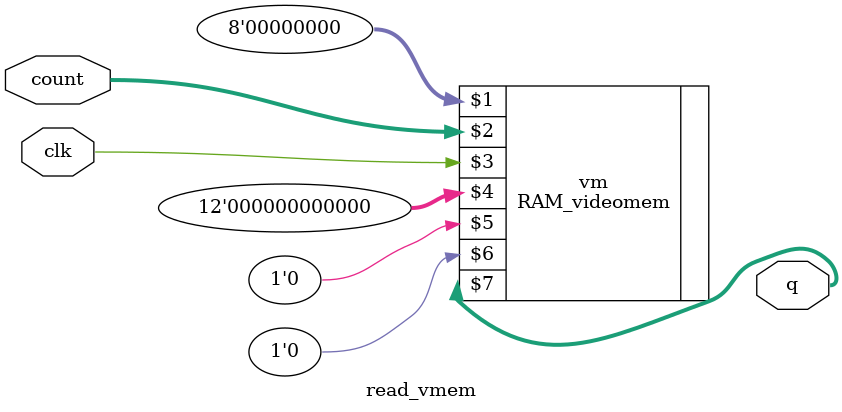
<source format=v>
module read_vmem(clk, count, q);
	input clk;
	input [11:0]count;
	output [7:0]q;
	
	RAM_videomem vm(8'b0, count, clk, 12'b0, 1'b0, 1'b0, q);

endmodule

</source>
